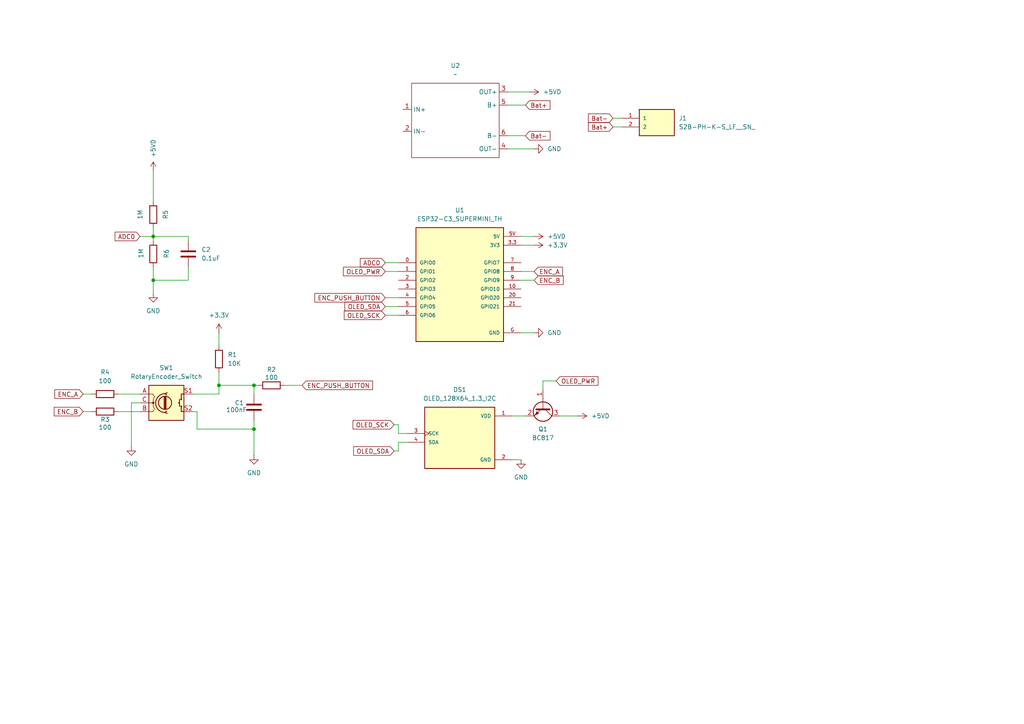
<source format=kicad_sch>
(kicad_sch (version 20250114) (generator "eeschema") (generator_version "9.0")
  (paper "A4")
  (lib_symbols
    (symbol "Device:C" (pin_numbers (hide yes)) (pin_names (offset 0.254))
      (property "Reference" "C" (at 0.635 2.54 0))
      (property "Value" "C" (at 0.635 -2.54 0))
      (symbol "C_0_1"
        (polyline (pts (xy -2.032 0.762) (xy 2.032 0.762)) (stroke (width 0.508)))
        (polyline (pts (xy -2.032 -0.762) (xy 2.032 -0.762)) (stroke (width 0.508)))
      )
      (symbol "C_1_1"
        (pin passive line (at 0 3.81 270) (length 2.794) (name "~") (number "1"))
        (pin passive line (at 0 -3.81 90) (length 2.794) (name "~") (number "2"))
      )
    )
    (symbol "Device:R" (pin_numbers (hide yes)) (pin_names (offset 0))
      (property "Reference" "R" (at 2.032 0 90))
      (property "Value" "R" (at 0 0 90))
      (symbol "R_0_1"
        (rectangle (start -1.016 -2.54) (end 1.016 2.54) (stroke (width 0.254)))
      )
      (symbol "R_1_1"
        (pin passive line (at 0 3.81 270) (length 1.27) (name "~") (number "1"))
        (pin passive line (at 0 -3.81 90) (length 1.27) (name "~") (number "2"))
      )
    )
    (symbol "Device:RotaryEncoder_Switch" (pin_names (offset 0.254) (hide yes))
      (property "Reference" "SW" (at 0 6.604 0))
      (property "Value" "RotaryEncoder_Switch" (at 0 -6.604 0))
      (symbol "RotaryEncoder_Switch_0_1"
        (rectangle (start -5.08 5.08) (end 5.08 -5.08) (stroke (width 0.254)) (fill (type background)))
        (polyline (pts (xy -5.08 2.54) (xy -3.81 2.54) (xy -3.81 2.032)))
        (polyline (pts (xy -5.08 0) (xy -3.81 0) (xy -3.81 -1.016) (xy -3.302 -2.032)))
        (polyline (pts (xy -5.08 -2.54) (xy -3.81 -2.54) (xy -3.81 -2.032)))
        (polyline (pts (xy -4.318 0) (xy -3.81 0) (xy -3.81 1.016) (xy -3.302 2.032)))
        (circle (center -3.81 0) (radius 0.254) (fill (type outline)))
        (polyline (pts (xy -0.635 -1.778) (xy -0.635 1.778)) (stroke (width 0.254)))
        (circle (center -0.381 0) (radius 1.905) (stroke (width 0.254)))
        (polyline (pts (xy -0.381 -1.778) (xy -0.381 1.778)) (stroke (width 0.254)))
        (arc (start -0.381 -2.794) (mid -3.0988 -0.0635) (end -0.381 2.667) (stroke (width 0.254)))
        (polyline (pts (xy -0.127 1.778) (xy -0.127 -1.778)) (stroke (width 0.254)))
        (polyline (pts (xy 0.254 2.921) (xy -0.508 2.667) (xy 0.127 2.286)) (stroke (width 0.254)))
        (polyline (pts (xy 0.254 -3.048) (xy -0.508 -2.794) (xy 0.127 -2.413)) (stroke (width 0.254)))
        (polyline (pts (xy 3.81 1.016) (xy 3.81 -1.016)) (stroke (width 0.254)))
        (polyline (pts (xy 3.81 0) (xy 3.429 0)) (stroke (width 0.254)))
        (circle (center 4.318 1.016) (radius 0.127) (stroke (width 0.254)))
        (circle (center 4.318 -1.016) (radius 0.127) (stroke (width 0.254)))
        (polyline (pts (xy 5.08 2.54) (xy 4.318 2.54) (xy 4.318 1.016)) (stroke (width 0.254)))
        (polyline (pts (xy 5.08 -2.54) (xy 4.318 -2.54) (xy 4.318 -1.016)) (stroke (width 0.254)))
      )
      (symbol "RotaryEncoder_Switch_1_1"
        (pin passive line (at -7.62 2.54 0) (length 2.54) (name "A") (number "A"))
        (pin passive line (at -7.62 0 0) (length 2.54) (name "C") (number "C"))
        (pin passive line (at -7.62 -2.54 0) (length 2.54) (name "B") (number "B"))
        (pin passive line (at 7.62 2.54 180) (length 2.54) (name "S1") (number "S1"))
        (pin passive line (at 7.62 -2.54 180) (length 2.54) (name "S2") (number "S2"))
      )
    )
    (symbol "ESP32-C3_SUPERMINI_TH:ESP32-C3_SUPERMINI_TH" (pin_names (offset 1.016))
      (property "Reference" "U" (at -12.7 16.002 0))
      (property "Value" "ESP32-C3_SUPERMINI_TH" (at -12.7 -20.32 0))
      (symbol "ESP32-C3_SUPERMINI_TH_0_0"
        (rectangle (start -12.7 -17.78) (end 12.7 15.24) (stroke (width 0.254)) (fill (type background)))
        (pin bidirectional line (at -17.78 5.08 0) (length 5.08) (name "GPIO0") (number "0"))
        (pin bidirectional line (at -17.78 2.54 0) (length 5.08) (name "GPIO1") (number "1"))
        (pin bidirectional line (at -17.78 0 0) (length 5.08) (name "GPIO2") (number "2"))
        (pin bidirectional line (at -17.78 -2.54 0) (length 5.08) (name "GPIO3") (number "3"))
        (pin bidirectional line (at -17.78 -5.08 0) (length 5.08) (name "GPIO4") (number "4"))
        (pin bidirectional line (at -17.78 -7.62 0) (length 5.08) (name "GPIO5") (number "5"))
        (pin bidirectional line (at -17.78 -10.16 0) (length 5.08) (name "GPIO6") (number "6"))
        (pin power_in line (at 17.78 12.7 180) (length 5.08) (name "5V") (number "5V"))
        (pin power_in line (at 17.78 10.16 180) (length 5.08) (name "3V3") (number "3.3"))
        (pin bidirectional line (at 17.78 5.08 180) (length 5.08) (name "GPIO7") (number "7"))
        (pin bidirectional line (at 17.78 2.54 180) (length 5.08) (name "GPIO8") (number "8"))
        (pin bidirectional line (at 17.78 0 180) (length 5.08) (name "GPIO9") (number "9"))
        (pin bidirectional line (at 17.78 -2.54 180) (length 5.08) (name "GPIO10") (number "10"))
        (pin bidirectional line (at 17.78 -5.08 180) (length 5.08) (name "GPIO20") (number "20"))
        (pin bidirectional line (at 17.78 -7.62 180) (length 5.08) (name "GPIO21") (number "21"))
        (pin power_in line (at 17.78 -15.24 180) (length 5.08) (name "GND") (number "G"))
      )
    )
    (symbol "OLED_128X64_1.3_I2C:OLED_128X64_1.3_I2C" (pin_names (offset 1.016))
      (property "Reference" "DS" (at -10.16 10.922 0))
      (property "Value" "OLED_128X64_1.3_I2C" (at -10.16 -10.16 0))
      (symbol "OLED_128X64_1.3_I2C_0_0"
        (rectangle (start -10.16 -7.62) (end 10.16 10.16) (stroke (width 0.254)) (fill (type background)))
        (pin input clock (at -15.24 2.54 0) (length 5.08) (name "SCK") (number "3"))
        (pin bidirectional line (at -15.24 0 0) (length 5.08) (name "SDA") (number "4"))
        (pin power_in line (at 15.24 7.62 180) (length 5.08) (name "VDD") (number "1"))
        (pin power_in line (at 15.24 -5.08 180) (length 5.08) (name "GND") (number "2"))
      )
    )
    (symbol "S2B-PH-K-S_LF__SN_:S2B-PH-K-S_LF__SN_" (pin_names (offset 1.016))
      (property "Reference" "J" (at -5.08 3.302 0))
      (property "Value" "S2B-PH-K-S_LF__SN_" (at -5.08 -7.62 0))
      (symbol "S2B-PH-K-S_LF__SN__0_0"
        (rectangle (start -5.08 -5.08) (end 5.08 2.54) (stroke (width 0.254)) (fill (type background)))
        (pin passive line (at -10.16 0 0) (length 5.08) (name "1") (number "1"))
        (pin passive line (at -10.16 -2.54 0) (length 5.08) (name "2") (number "2"))
      )
    )
    (symbol "TP4046_Breakout_Board:TP4056_Breakout_Board"
      (property "Reference" "U" (at 0 0 0))
      (symbol "TP4056_Breakout_Board_0_1"
        (rectangle (start 0 -1.27) (end 25.4 -22.86))
      )
      (symbol "TP4056_Breakout_Board_1_1"
        (pin input line (at -2.54 -8.89 0) (length 2.54) (name "IN+") (number "1"))
        (pin input line (at -2.54 -15.24 0) (length 2.54) (name "IN-") (number "2"))
        (pin output line (at 27.94 -3.81 180) (length 2.54) (name "OUT+") (number "3"))
        (pin bidirectional line (at 27.94 -7.62 180) (length 2.54) (name "B+") (number "5"))
        (pin bidirectional line (at 27.94 -16.51 180) (length 2.54) (name "B-") (number "6"))
        (pin output line (at 27.94 -20.32 180) (length 2.54) (name "OUT-") (number "4"))
      )
    )
    (symbol "Transistor_BJT:BC817" (pin_names (offset 0) (hide yes))
      (property "Reference" "Q" (at 5.08 1.905 0))
      (property "Value" "BC817" (at 5.08 0 0))
      (symbol "BC817_0_1"
        (polyline (pts (xy -2.54 0) (xy 0.635 0)))
        (polyline (pts (xy 0.635 1.905) (xy 0.635 -1.905)) (stroke (width 0.508)))
        (circle (center 1.27 0) (radius 2.8194) (stroke (width 0.254)))
      )
      (symbol "BC817_1_1"
        (polyline (pts (xy 0.635 0.635) (xy 2.54 2.54)))
        (polyline (pts (xy 0.635 -0.635) (xy 2.54 -2.54)))
        (polyline (pts (xy 1.27 -1.778) (xy 1.778 -1.27) (xy 2.286 -2.286) (xy 1.27 -1.778)) (fill (type outline)))
        (pin input line (at -5.08 0 0) (length 2.54) (name "B") (number "1"))
        (pin passive line (at 2.54 5.08 270) (length 2.54) (name "C") (number "3"))
        (pin passive line (at 2.54 -5.08 90) (length 2.54) (name "E") (number "2"))
      )
    )
    (symbol "power:+3.3V" (power) (pin_numbers (hide yes)) (pin_names (offset 0) (hide yes))
      (property "Value" "+3.3V" (at 0 3.556 0))
      (symbol "+3.3V_0_1"
        (polyline (pts (xy -0.762 1.27) (xy 0 2.54)))
        (polyline (pts (xy 0 2.54) (xy 0.762 1.27)))
        (polyline (pts (xy 0 0) (xy 0 2.54)))
      )
      (symbol "+3.3V_1_1"
        (pin power_in line (at 0 0 90) (length 0) (name "~") (number "1"))
      )
    )
    (symbol "power:+5VD" (power) (pin_numbers (hide yes)) (pin_names (offset 0) (hide yes))
      (property "Value" "+5VD" (at 0 3.556 0))
      (symbol "+5VD_0_1"
        (polyline (pts (xy -0.762 1.27) (xy 0 2.54)))
        (polyline (pts (xy 0 2.54) (xy 0.762 1.27)))
        (polyline (pts (xy 0 0) (xy 0 2.54)))
      )
      (symbol "+5VD_1_1"
        (pin power_in line (at 0 0 90) (length 0) (name "~") (number "1"))
      )
    )
    (symbol "power:GND" (power) (pin_numbers (hide yes)) (pin_names (offset 0) (hide yes))
      (property "Value" "GND" (at 0 -3.81 0))
      (symbol "GND_0_1"
        (polyline (pts (xy 0 0) (xy 0 -1.27) (xy 1.27 -1.27) (xy 0 -2.54) (xy -1.27 -1.27) (xy 0 -1.27)))
      )
      (symbol "GND_1_1"
        (pin power_in line (at 0 0 270) (length 0) (name "~") (number "1"))
      )
    )
  )
  (junction (at 73.66 111.76))
  (junction (at 44.45 68.58))
  (junction (at 63.5 111.76))
  (junction (at 44.45 81.28))
  (junction (at 73.66 124.46))
  (wire (pts (xy 44.45 77.47) (xy 44.45 81.28)))
  (wire (pts (xy 114.3 130.81) (xy 115.57 130.81)))
  (wire (pts (xy 115.57 125.73) (xy 118.11 125.73)))
  (wire (pts (xy 111.76 78.74) (xy 115.57 78.74)))
  (wire (pts (xy 148.59 120.65) (xy 152.4 120.65)))
  (wire (pts (xy 82.55 111.76) (xy 87.63 111.76)))
  (wire (pts (xy 74.93 111.76) (xy 73.66 111.76)))
  (wire (pts (xy 73.66 121.92) (xy 73.66 124.46)))
  (wire (pts (xy 151.13 78.74) (xy 154.94 78.74)))
  (wire (pts (xy 73.66 124.46) (xy 73.66 132.08)))
  (wire (pts (xy 151.13 68.58) (xy 154.94 68.58)))
  (wire (pts (xy 26.67 114.3) (xy 24.13 114.3)))
  (wire (pts (xy 111.76 86.36) (xy 115.57 86.36)))
  (wire (pts (xy 44.45 68.58) (xy 44.45 69.85)))
  (wire (pts (xy 111.76 76.2) (xy 115.57 76.2)))
  (wire (pts (xy 115.57 128.27) (xy 118.11 128.27)))
  (wire (pts (xy 162.56 120.65) (xy 167.64 120.65)))
  (wire (pts (xy 40.64 68.58) (xy 44.45 68.58)))
  (wire (pts (xy 40.64 116.84) (xy 38.1 116.84)))
  (wire (pts (xy 54.61 81.28) (xy 44.45 81.28)))
  (wire (pts (xy 24.13 119.38) (xy 26.67 119.38)))
  (wire (pts (xy 151.13 81.28) (xy 154.94 81.28)))
  (wire (pts (xy 147.32 39.37) (xy 152.4 39.37)))
  (wire (pts (xy 111.76 88.9) (xy 115.57 88.9)))
  (wire (pts (xy 177.8 36.83) (xy 180.34 36.83)))
  (wire (pts (xy 157.48 113.03) (xy 157.48 110.49)))
  (wire (pts (xy 115.57 125.73) (xy 115.57 123.19)))
  (wire (pts (xy 34.29 114.3) (xy 40.64 114.3)))
  (wire (pts (xy 177.8 34.29) (xy 180.34 34.29)))
  (wire (pts (xy 151.13 133.35) (xy 148.59 133.35)))
  (wire (pts (xy 34.29 119.38) (xy 40.64 119.38)))
  (wire (pts (xy 63.5 96.52) (xy 63.5 100.33)))
  (wire (pts (xy 111.76 91.44) (xy 115.57 91.44)))
  (wire (pts (xy 147.32 26.67) (xy 153.67 26.67)))
  (wire (pts (xy 157.48 110.49) (xy 161.29 110.49)))
  (wire (pts (xy 63.5 107.95) (xy 63.5 111.76)))
  (wire (pts (xy 57.15 124.46) (xy 57.15 119.38)))
  (wire (pts (xy 55.88 114.3) (xy 63.5 114.3)))
  (wire (pts (xy 151.13 71.12) (xy 154.94 71.12)))
  (wire (pts (xy 151.13 96.52) (xy 154.94 96.52)))
  (wire (pts (xy 38.1 116.84) (xy 38.1 129.54)))
  (wire (pts (xy 44.45 81.28) (xy 44.45 85.09)))
  (wire (pts (xy 54.61 77.47) (xy 54.61 81.28)))
  (wire (pts (xy 44.45 49.53) (xy 44.45 58.42)))
  (wire (pts (xy 73.66 111.76) (xy 63.5 111.76)))
  (wire (pts (xy 147.32 30.48) (xy 152.4 30.48)))
  (wire (pts (xy 63.5 114.3) (xy 63.5 111.76)))
  (wire (pts (xy 57.15 119.38) (xy 55.88 119.38)))
  (wire (pts (xy 44.45 68.58) (xy 54.61 68.58)))
  (wire (pts (xy 44.45 66.04) (xy 44.45 68.58)))
  (wire (pts (xy 57.15 124.46) (xy 73.66 124.46)))
  (wire (pts (xy 147.32 43.18) (xy 154.94 43.18)))
  (wire (pts (xy 115.57 130.81) (xy 115.57 128.27)))
  (wire (pts (xy 115.57 123.19) (xy 114.3 123.19)))
  (wire (pts (xy 73.66 111.76) (xy 73.66 114.3)))
  (wire (pts (xy 54.61 68.58) (xy 54.61 69.85)))
  (global_label "OLED_SCK" (shape input) (at 114.3 123.19 180) (property "Intersheetrefs" "${INTERSHEET_REFS}" (effects (hide yes))))
  (global_label "OLED_SDA" (shape input) (at 111.76 88.9 180) (property "Intersheetrefs" "${INTERSHEET_REFS}" (effects (hide yes))))
  (global_label "OLED_SCK" (shape input) (at 111.76 91.44 180) (property "Intersheetrefs" "${INTERSHEET_REFS}" (effects (hide yes))))
  (global_label "OLED_SDA" (shape input) (at 114.3 130.81 180) (property "Intersheetrefs" "${INTERSHEET_REFS}" (effects (hide yes))))
  (global_label "ENC_A" (shape input) (at 154.94 78.74 0) (property "Intersheetrefs" "${INTERSHEET_REFS}" (effects (hide yes))))
  (global_label "ADC0" (shape input) (at 111.76 76.2 180) (property "Intersheetrefs" "${INTERSHEET_REFS}" (effects (hide yes))))
  (global_label "ADC0" (shape input) (at 40.64 68.58 180) (property "Intersheetrefs" "${INTERSHEET_REFS}" (effects (hide yes))))
  (global_label "ENC_B" (shape input) (at 24.13 119.38 180) (property "Intersheetrefs" "${INTERSHEET_REFS}" (effects (hide yes))))
  (global_label "Bat+" (shape input) (at 152.4 30.48 0) (property "Intersheetrefs" "${INTERSHEET_REFS}" (effects (hide yes))))
  (global_label "Bat+" (shape input) (at 177.8 36.83 180) (property "Intersheetrefs" "${INTERSHEET_REFS}" (effects (hide yes))))
  (global_label "OLED_PWR" (shape input) (at 111.76 78.74 180) (property "Intersheetrefs" "${INTERSHEET_REFS}" (effects (hide yes))))
  (global_label "Bat-" (shape input) (at 177.8 34.29 180) (property "Intersheetrefs" "${INTERSHEET_REFS}" (effects (hide yes))))
  (global_label "ENC_B" (shape input) (at 154.94 81.28 0) (property "Intersheetrefs" "${INTERSHEET_REFS}" (effects (hide yes))))
  (global_label "OLED_PWR" (shape input) (at 161.29 110.49 0) (property "Intersheetrefs" "${INTERSHEET_REFS}" (effects (hide yes))))
  (global_label "ENC_A" (shape input) (at 24.13 114.3 180) (property "Intersheetrefs" "${INTERSHEET_REFS}" (effects (hide yes))))
  (global_label "ENC_PUSH_BUTTON" (shape input) (at 111.76 86.36 180) (property "Intersheetrefs" "${INTERSHEET_REFS}" (effects (hide yes))))
  (global_label "ENC_PUSH_BUTTON" (shape input) (at 87.63 111.76 0) (property "Intersheetrefs" "${INTERSHEET_REFS}" (effects (hide yes))))
  (global_label "Bat-" (shape input) (at 152.4 39.37 0) (property "Intersheetrefs" "${INTERSHEET_REFS}" (effects (hide yes))))
  (symbol (lib_id "power:+5VD") (at 153.67 26.67 270) (unit 1)
    (property "Reference" "#PWR010" (effects (hide yes)))
    (property "Value" "+5VD" (at 157.48 26.6699 90) (effects (justify left)))
    (property "Description" "Power symbol creates a global label with name \"+5VD\"" (effects (hide yes)))
  )
  (symbol (lib_id "power:GND") (at 38.1 129.54 0) (unit 1)
    (property "Reference" "#PWR06" (effects (hide yes)))
    (property "Value" "GND" (at 38.1 134.62 0))
    (property "Description" "Power symbol creates a global label with name \"GND\" , ground" (effects (hide yes)))
  )
  (symbol (lib_id "Device:R") (at 78.74 111.76 90) (unit 1)
    (property "Reference" "R2" (at 78.74 107.188 90))
    (property "Value" "100" (at 78.74 109.474 90))
    (property "Footprint" "Resistor_SMD:R_0805_2012Metric" (effects (hide yes)))
    (property "Description" "Resistor" (effects (hide yes)))
  )
  (symbol (lib_id "Device:R") (at 44.45 73.66 180) (unit 1)
    (property "Reference" "R6" (at 48.26 74.93 90) (effects (justify right)))
    (property "Value" "1M" (at 40.894 74.93 90) (effects (justify right)))
    (property "Footprint" "Resistor_SMD:R_0805_2012Metric" (effects (hide yes)))
    (property "Description" "Resistor" (effects (hide yes)))
  )
  (symbol (lib_id "Transistor_BJT:BC817") (at 157.48 118.11 270) (unit 1)
    (property "Reference" "Q1" (at 157.48 124.46 90))
    (property "Value" "BC817" (at 157.48 127 90))
    (property "Footprint" "Package_TO_SOT_SMD:SOT-23" (effects (hide yes)))
    (property "Datasheet" "https://www.onsemi.com/pub/Collateral/BC818-D.pdf" (effects (hide yes)))
    (property "Description" "0.8A Ic, 45V Vce, NPN Transistor, SOT-23" (effects (hide yes)))
    (property "Sim.Device" "NPN" (effects (hide yes)))
    (property "Sim.Pins" "1=B 2=E 3=C" (effects (hide yes)))
  )
  (symbol (lib_id "Device:R") (at 30.48 119.38 90) (unit 1)
    (property "Reference" "R3" (at 30.48 121.666 90))
    (property "Value" "100" (at 30.48 123.952 90))
    (property "Footprint" "Resistor_SMD:R_0805_2012Metric" (effects (hide yes)))
    (property "Description" "Resistor" (effects (hide yes)))
  )
  (symbol (lib_id "power:+5VD") (at 154.94 68.58 270) (unit 1)
    (property "Reference" "#PWR02" (effects (hide yes)))
    (property "Value" "+5VD" (at 158.75 68.5799 90) (effects (justify left)))
    (property "Description" "Power symbol creates a global label with name \"+5VD\"" (effects (hide yes)))
  )
  (symbol (lib_id "power:GND") (at 154.94 43.18 90) (unit 1)
    (property "Reference" "#PWR09" (effects (hide yes)))
    (property "Value" "GND" (at 158.75 43.1799 90) (effects (justify right)))
    (property "Description" "Power symbol creates a global label with name \"GND\" , ground" (effects (hide yes)))
  )
  (symbol (lib_id "power:+3.3V") (at 63.5 96.52 0) (unit 1)
    (property "Reference" "#PWR011" (effects (hide yes)))
    (property "Value" "+3.3V" (at 63.5 91.44 0))
    (property "Description" "Power symbol creates a global label with name \"+3.3V\"" (effects (hide yes)))
  )
  (symbol (lib_id "OLED_128X64_1.3_I2C:OLED_128X64_1.3_I2C") (at 133.35 128.27 0) (unit 1)
    (property "Reference" "DS1" (at 133.35 113.03 0))
    (property "Value" "OLED_128X64_1.3_I2C" (at 133.35 115.57 0))
    (property "Footprint" "OLED_128X64_1.3_I2C:LCD_OLED_128X64_1.3_I2C" (effects (hide yes)))
    (property "MF" "UNIVERSAL-SOLDER Electronics Ltd" (effects (hide yes)))
    (property "Description_1" "Non-Touch Graphic LCD Display Module Transmissive White OLED, Monochrome I2C 1.3 (33.02mm) 128 x 64" (effects (hide yes)))
    (property "Package" "None" (effects (hide yes)))
    (property "Price" "None" (effects (hide yes)))
    (property "Check_prices" "https://www.snapeda.com/parts/OLED%20128x64%201.3%22%20I2C/UNIVERSAL-SOLDER+Electronics+Ltd/view-part/?ref=eda" (effects (hide yes)))
    (property "STANDARD" "Manufacturer Recommendations" (effects (hide yes)))
    (property "PARTREV" "NA" (effects (hide yes)))
    (property "SnapEDA_Link" "https://www.snapeda.com/parts/OLED%20128x64%201.3%22%20I2C/UNIVERSAL-SOLDER+Electronics+Ltd/view-part/?ref=snap" (effects (hide yes)))
    (property "MP" "OLED 128x64 1.3&quot; I2C" (effects (hide yes)))
    (property "Availability" "Not in stock" (effects (hide yes)))
    (property "MANUFACTURER" "UNIVERSAL-SOLDER Electronics Ltd" (effects (hide yes)))
  )
  (symbol (lib_id "Device:RotaryEncoder_Switch") (at 48.26 116.84 0) (unit 1)
    (property "Reference" "SW1" (at 48.26 106.68 0))
    (property "Value" "RotaryEncoder_Switch" (at 48.26 109.22 0))
    (property "Footprint" "Rotary_Encoder:RotaryEncoder_Alps_EC11E-Switch_Vertical_H20mm_MountingHoles" (effects (hide yes)))
    (property "Description" "Rotary encoder, dual channel, incremental quadrate outputs, with switch" (effects (hide yes)))
  )
  (symbol (lib_id "S2B-PH-K-S_LF__SN_:S2B-PH-K-S_LF__SN_") (at 190.5 34.29 0) (unit 1)
    (property "Reference" "J1" (at 196.85 34.2899 0) (effects (justify left)))
    (property "Value" "S2B-PH-K-S_LF__SN_" (at 196.85 36.8299 0) (effects (justify left)))
    (property "Footprint" "S2B-PH-K-S_LF__SN_:JST_S2B-PH-K-S_LF__SN_" (effects (hide yes)))
    (property "MF" "JST Sales America Inc." (effects (hide yes)))
    (property "MAXIMUM_PACKAGE_HEIGHT" "4.8mm" (effects (hide yes)))
    (property "PACKAGE" "None" (effects (hide yes)))
    (property "PRICE" "None" (effects (hide yes)))
    (property "Package" "NON STANDARD-2 J.S.T." (effects (hide yes)))
    (property "Check_prices" "https://www.snapeda.com/parts/S2B-PH-K-S(LF)(SN)/JST/view-part/?ref=eda" (effects (hide yes)))
    (property "Price" "None" (effects (hide yes)))
    (property "SnapEDA_Link" "https://www.snapeda.com/parts/S2B-PH-K-S(LF)(SN)/JST/view-part/?ref=snap" (effects (hide yes)))
    (property "MP" "S2B-PH-K-S(LF)(SN)" (effects (hide yes)))
    (property "Description_1" "Connector Header Through Hole, Right Angle 2 position" (effects (hide yes)))
    (property "Availability" "In Stock" (effects (hide yes)))
    (property "AVAILABILITY" "Unavailable" (effects (hide yes)))
    (property "DESCRIPTION" "Connector Header Through Hole, Right Angle 2 position" (effects (hide yes)))
  )
  (symbol (lib_id "Device:R") (at 30.48 114.3 90) (unit 1)
    (property "Reference" "R4" (at 30.48 107.95 90))
    (property "Value" "100" (at 30.48 110.49 90))
    (property "Footprint" "Resistor_SMD:R_0805_2012Metric" (effects (hide yes)))
    (property "Description" "Resistor" (effects (hide yes)))
  )
  (symbol (lib_id "Device:C") (at 54.61 73.66 0) (unit 1)
    (property "Reference" "C2" (at 58.42 72.3899 0) (effects (justify left)))
    (property "Value" "0.1uF" (at 58.42 74.9299 0) (effects (justify left)))
    (property "Footprint" "Capacitor_SMD:C_0805_2012Metric" (effects (hide yes)))
    (property "Description" "Unpolarized capacitor" (effects (hide yes)))
  )
  (symbol (lib_id "Device:R") (at 44.45 62.23 180) (unit 1)
    (property "Reference" "R5" (at 48.006 62.23 90))
    (property "Value" "1M" (at 40.64 62.23 90))
    (property "Footprint" "Resistor_SMD:R_0805_2012Metric" (effects (hide yes)))
    (property "Description" "Resistor" (effects (hide yes)))
  )
  (symbol (lib_id "TP4046_Breakout_Board:TP4056_Breakout_Board") (at 119.38 22.86 0) (unit 1)
    (property "Reference" "U2" (at 132.08 19.05 0))
    (property "Value" "~" (at 132.08 21.59 0))
    (property "Footprint" "TP4056:TP4056-Module" (effects (hide yes)))
  )
  (symbol (lib_id "power:+3.3V") (at 154.94 71.12 270) (unit 1)
    (property "Reference" "#PWR01" (effects (hide yes)))
    (property "Value" "+3.3V" (at 158.75 71.1199 90) (effects (justify left)))
    (property "Description" "Power symbol creates a global label with name \"+3.3V\"" (effects (hide yes)))
  )
  (symbol (lib_id "power:GND") (at 44.45 85.09 0) (unit 1)
    (property "Reference" "#PWR08" (effects (hide yes)))
    (property "Value" "GND" (at 44.45 90.17 0))
    (property "Description" "Power symbol creates a global label with name \"GND\" , ground" (effects (hide yes)))
  )
  (symbol (lib_id "ESP32-C3_SUPERMINI_TH:ESP32-C3_SUPERMINI_TH") (at 133.35 81.28 0) (unit 1)
    (property "Reference" "U1" (at 133.35 60.96 0))
    (property "Value" "ESP32-C3_SUPERMINI_TH" (at 133.35 63.5 0))
    (property "Footprint" "ESP32-C3_SUPERMINI_TH:MODULE_ESP32-C3_SUPERMINI_TH" (effects (hide yes)))
    (property "MF" "Espressif Systems" (effects (hide yes)))
    (property "Description_1" "Super tiny ESP32-C3 board" (effects (hide yes)))
    (property "CREATOR" "DIZAR" (effects (hide yes)))
    (property "Price" "None" (effects (hide yes)))
    (property "Package" "Package" (effects (hide yes)))
    (property "Check_prices" "https://www.snapeda.com/parts/ESP32-C3%20SuperMini_TH/Espressif+Systems/view-part/?ref=eda" (effects (hide yes)))
    (property "STANDARD" "IPC-7351B" (effects (hide yes)))
    (property "SnapEDA_Link" "https://www.snapeda.com/parts/ESP32-C3%20SuperMini_TH/Espressif+Systems/view-part/?ref=snap" (effects (hide yes)))
    (property "MP" "ESP32-C3 SuperMini_TH" (effects (hide yes)))
    (property "Availability" "Not in stock" (effects (hide yes)))
    (property "MANUFACTURER" "Espressif Systems" (effects (hide yes)))
  )
  (symbol (lib_id "power:+5VD") (at 167.64 120.65 270) (unit 1)
    (property "Reference" "#PWR07" (effects (hide yes)))
    (property "Value" "+5VD" (at 171.45 120.6499 90) (effects (justify left)))
    (property "Description" "Power symbol creates a global label with name \"+5VD\"" (effects (hide yes)))
  )
  (symbol (lib_id "Device:R") (at 63.5 104.14 0) (unit 1)
    (property "Reference" "R1" (at 66.04 102.8699 0) (effects (justify left)))
    (property "Value" "10K" (at 66.04 105.4099 0) (effects (justify left)))
    (property "Footprint" "Resistor_SMD:R_0805_2012Metric" (effects (hide yes)))
    (property "Description" "Resistor" (effects (hide yes)))
  )
  (symbol (lib_id "power:GND") (at 154.94 96.52 90) (unit 1)
    (property "Reference" "#PWR04" (effects (hide yes)))
    (property "Value" "GND" (at 158.75 96.5199 90) (effects (justify right)))
    (property "Description" "Power symbol creates a global label with name \"GND\" , ground" (effects (hide yes)))
  )
  (symbol (lib_id "Device:C") (at 73.66 118.11 0) (unit 1)
    (property "Reference" "C1" (at 68.072 116.84 0) (effects (justify left)))
    (property "Value" "100nF" (at 65.532 118.872 0) (effects (justify left)))
    (property "Footprint" "Capacitor_SMD:C_0805_2012Metric" (effects (hide yes)))
    (property "Description" "Unpolarized capacitor" (effects (hide yes)))
  )
  (symbol (lib_id "power:+5VD") (at 44.45 49.53 0) (unit 1)
    (property "Reference" "#PWR012" (effects (hide yes)))
    (property "Value" "+5VD" (at 44.4499 45.72 90) (effects (justify left)))
    (property "Description" "Power symbol creates a global label with name \"+5VD\"" (effects (hide yes)))
  )
  (symbol (lib_id "power:GND") (at 151.13 133.35 0) (unit 1)
    (property "Reference" "#PWR03" (effects (hide yes)))
    (property "Value" "GND" (at 151.13 138.43 0))
    (property "Description" "Power symbol creates a global label with name \"GND\" , ground" (effects (hide yes)))
  )
  (symbol (lib_id "power:GND") (at 73.66 132.08 0) (unit 1)
    (property "Reference" "#PWR05" (effects (hide yes)))
    (property "Value" "GND" (at 73.66 137.16 0))
    (property "Description" "Power symbol creates a global label with name \"GND\" , ground" (effects (hide yes)))
  )
)
</source>
